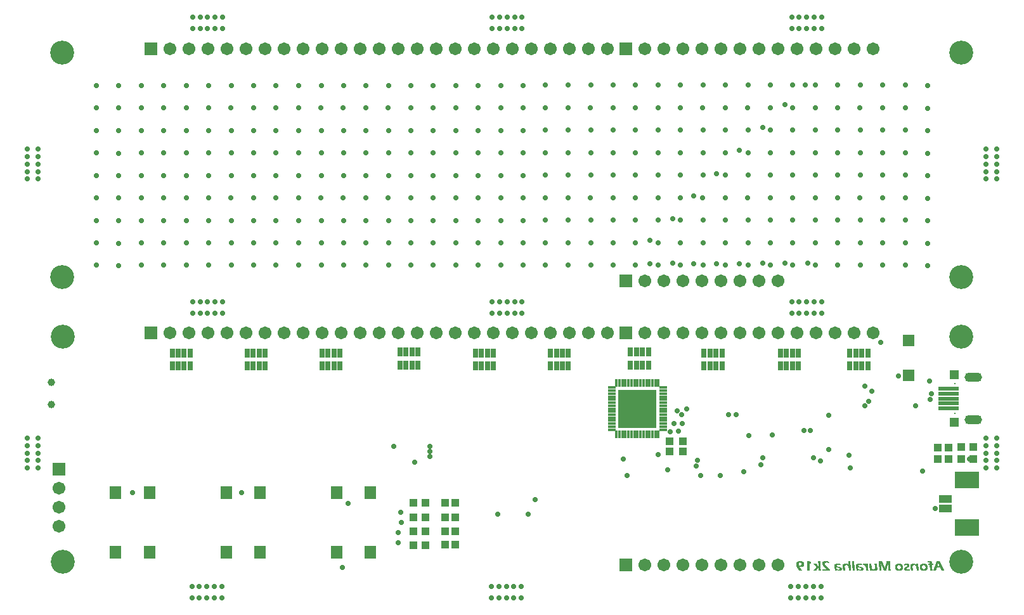
<source format=gbs>
G04*
G04 #@! TF.GenerationSoftware,Altium Limited,Altium Designer,19.0.14 (431)*
G04*
G04 Layer_Color=16711935*
%FSLAX44Y44*%
%MOMM*%
G71*
G01*
G75*
%ADD60C,0.0847*%
%ADD66R,1.0032X1.1032*%
%ADD67R,1.1032X1.0032*%
%ADD81C,0.7032*%
%ADD82R,1.7032X1.7032*%
%ADD83C,1.7032*%
%ADD84C,3.2032*%
G04:AMPARAMS|DCode=85|XSize=2.3532mm|YSize=1.2532mm|CornerRadius=0.6266mm|HoleSize=0mm|Usage=FLASHONLY|Rotation=180.000|XOffset=0mm|YOffset=0mm|HoleType=Round|Shape=RoundedRectangle|*
%AMROUNDEDRECTD85*
21,1,2.3532,0.0000,0,0,180.0*
21,1,1.1000,1.2532,0,0,180.0*
1,1,1.2532,-0.5500,0.0000*
1,1,1.2532,0.5500,0.0000*
1,1,1.2532,0.5500,0.0000*
1,1,1.2532,-0.5500,0.0000*
%
%ADD85ROUNDEDRECTD85*%
%ADD86C,0.2032*%
%ADD87C,1.2032*%
%ADD88R,1.7032X1.7032*%
%ADD89C,1.0033*%
%ADD90R,1.2032X1.2032*%
%ADD91R,2.7032X0.6032*%
%ADD92R,0.7332X1.1732*%
%ADD93R,5.1532X5.1532*%
%ADD94R,1.0432X0.4232*%
%ADD95R,0.4232X1.0432*%
%ADD96R,1.5532X1.5532*%
%ADD97R,1.8032X1.0032*%
%ADD98R,3.2032X2.3032*%
%ADD99R,1.0032X1.0032*%
%ADD100R,1.5032X1.7531*%
D60*
X2378926Y1219771D02*
X2384010D01*
X2340797D02*
X2345881D01*
X2259453D02*
X2261995D01*
X2442476Y1211298D02*
X2445018D01*
X2442476Y1212145D02*
X2445865D01*
X2443323Y1212993D02*
X2445865D01*
X2443323Y1213840D02*
X2445865D01*
X2443323Y1214687D02*
X2446713D01*
X2379774Y1220619D02*
X2384010D01*
X2379774Y1221466D02*
X2384010D01*
X2379774Y1222313D02*
X2384010D01*
X2379774Y1223161D02*
X2384010D01*
X2360285Y1211298D02*
X2366216D01*
X2382316D02*
X2384858D01*
X2357743Y1212145D02*
X2367064D01*
X2382316D02*
X2384858D01*
X2382316Y1212993D02*
X2384010D01*
X2382316Y1213840D02*
X2384010D01*
X2382316Y1214687D02*
X2384010D01*
X2382316Y1215535D02*
X2384010D01*
X2382316Y1216382D02*
X2384010D01*
X2382316Y1217229D02*
X2384010D01*
X2382316Y1218077D02*
X2384010D01*
X2381468Y1218924D02*
X2384010D01*
X2300972Y1221466D02*
X2302667D01*
X2294194Y1222313D02*
X2301820D01*
X2295888Y1223161D02*
X2300972D01*
X2294194Y1211298D02*
X2303514D01*
X2294194Y1212145D02*
X2303514D01*
X2299278Y1212993D02*
X2302667D01*
X2298430Y1213840D02*
X2301820D01*
X2297583Y1214687D02*
X2300972D01*
X2339949Y1211298D02*
X2341644D01*
X2339949Y1212145D02*
X2341644D01*
X2321308Y1212993D02*
X2323850D01*
X2339949D02*
X2341644D01*
X2321308Y1213840D02*
X2323850D01*
X2321308Y1214687D02*
X2323850D01*
X2321308Y1215535D02*
X2323003D01*
X2339102D02*
X2345881D01*
X2321308Y1216382D02*
X2323003D01*
X2339102D02*
X2342491D01*
X2321308Y1217229D02*
X2323850D01*
X2339102D02*
X2341644D01*
X2321308Y1218077D02*
X2324698D01*
X2339102D02*
X2341644D01*
X2321308Y1218924D02*
X2328087D01*
X2339102D02*
X2346728D01*
X2259453Y1220619D02*
X2261995D01*
X2259453Y1221466D02*
X2262843D01*
X2260301Y1222313D02*
X2267927D01*
X2260301Y1214687D02*
X2263690D01*
X2260301Y1215535D02*
X2262843D01*
X2259453Y1216382D02*
X2262843D01*
X2259453Y1217229D02*
X2261995D01*
X2259453Y1218077D02*
X2261995D01*
X2259453Y1218924D02*
X2261995D01*
X2445865Y1219771D02*
X2447560D01*
X2449254D02*
X2451797D01*
X2427224D02*
X2431461D01*
X2435697D02*
X2441629D01*
X2404346D02*
X2408583D01*
X2413667D02*
X2417056D01*
X2419598D02*
X2421293D01*
X2394178D02*
X2398415D01*
X2363674D02*
X2366216D01*
X2369606D02*
X2371301D01*
X2372148D02*
X2374690D01*
X2348423D02*
X2350965D01*
X2351812D02*
X2354354D01*
X2356896D02*
X2358591D01*
X2323003D02*
X2327240D01*
X2328934D02*
X2330629D01*
X2334018D02*
X2335713D01*
X2311988D02*
X2317072D01*
X2282331D02*
X2285720D01*
X2289110D02*
X2290804D01*
X2294194D02*
X2296736D01*
X2266232D02*
X2268774D01*
X2273858D02*
X2276400D01*
X2445865Y1220619D02*
X2448407D01*
X2449254D02*
X2451797D01*
X2445865Y1221466D02*
X2450949D01*
X2446713Y1222313D02*
X2450949D01*
X2446713Y1223161D02*
X2450102D01*
X2444171Y1216382D02*
X2453491D01*
X2445018Y1217229D02*
X2447560D01*
X2450102D02*
X2453491D01*
X2445018Y1218077D02*
X2447560D01*
X2450102D02*
X2452644D01*
X2445018Y1218924D02*
X2447560D01*
X2450102D02*
X2452644D01*
X2453491Y1211298D02*
X2456033D01*
X2452644Y1212145D02*
X2456033D01*
X2452644Y1212993D02*
X2455186D01*
X2451797Y1213840D02*
X2455186D01*
X2451797Y1214687D02*
X2454339D01*
X2444171Y1215535D02*
X2454339D01*
X2437392Y1220619D02*
X2439934D01*
X2437392Y1221466D02*
X2439934D01*
X2434850Y1222313D02*
X2435697D01*
X2436545D02*
X2439934D01*
X2434850Y1223161D02*
X2439087D01*
X2426377Y1211298D02*
X2432308D01*
X2438239D02*
X2440781D01*
X2425529Y1212145D02*
X2433155D01*
X2438239D02*
X2440781D01*
X2424682Y1212993D02*
X2428071D01*
X2430613D02*
X2434003D01*
X2438239D02*
X2439934D01*
X2424682Y1213840D02*
X2427224D01*
X2431461D02*
X2434003D01*
X2438239D02*
X2439934D01*
X2424682Y1214687D02*
X2426377D01*
X2432308D02*
X2434003D01*
X2438239D02*
X2439934D01*
X2424682Y1215535D02*
X2426377D01*
X2432308D02*
X2434003D01*
X2437392D02*
X2439934D01*
X2424682Y1216382D02*
X2426377D01*
X2431461D02*
X2434003D01*
X2437392D02*
X2439934D01*
X2424682Y1217229D02*
X2427224D01*
X2431461D02*
X2434003D01*
X2437392D02*
X2439934D01*
X2424682Y1218077D02*
X2428071D01*
X2429766D02*
X2433155D01*
X2437392D02*
X2439934D01*
X2425529Y1218924D02*
X2433155D01*
X2435697D02*
X2441629D01*
X2404346Y1211298D02*
X2410278D01*
X2412820D02*
X2414514D01*
X2420445D02*
X2422140D01*
X2403499Y1212145D02*
X2410278D01*
X2412820D02*
X2414514D01*
X2420445D02*
X2422140D01*
X2403499Y1212993D02*
X2406041D01*
X2411972D02*
X2414514D01*
X2420445D02*
X2422140D01*
X2403499Y1213840D02*
X2406041D01*
X2411972D02*
X2414514D01*
X2419598D02*
X2422140D01*
X2404346Y1214687D02*
X2406888D01*
X2411972D02*
X2413667D01*
X2419598D02*
X2422140D01*
X2405193Y1215535D02*
X2408583D01*
X2411972D02*
X2413667D01*
X2419598D02*
X2422140D01*
X2406888Y1216382D02*
X2409430D01*
X2411972D02*
X2413667D01*
X2419598D02*
X2421293D01*
X2407735Y1217229D02*
X2409430D01*
X2411972D02*
X2414514D01*
X2418751D02*
X2421293D01*
X2403499Y1218077D02*
X2404346D01*
X2406888D02*
X2409430D01*
X2411972D02*
X2415361D01*
X2417903D02*
X2421293D01*
X2403499Y1218924D02*
X2409430D01*
X2411972D02*
X2421293D01*
X2393331Y1211298D02*
X2399262D01*
X2392484Y1212145D02*
X2400110D01*
X2391636Y1212993D02*
X2395026D01*
X2397568D02*
X2400957D01*
X2391636Y1213840D02*
X2394178D01*
X2398415D02*
X2400957D01*
X2391636Y1214687D02*
X2393331D01*
X2399262D02*
X2400957D01*
X2391636Y1215535D02*
X2393331D01*
X2399262D02*
X2400957D01*
X2391636Y1216382D02*
X2393331D01*
X2398415D02*
X2400957D01*
X2391636Y1217229D02*
X2394178D01*
X2398415D02*
X2400957D01*
X2391636Y1218077D02*
X2395026D01*
X2396720D02*
X2400110D01*
X2392484Y1218924D02*
X2400110D01*
X2369606Y1220619D02*
X2371301D01*
X2372148D02*
X2374690D01*
X2369606Y1221466D02*
X2373842D01*
X2369606Y1222313D02*
X2373842D01*
X2369606Y1223161D02*
X2372995D01*
X2370453Y1211298D02*
X2372148D01*
X2376384D02*
X2378926D01*
X2370453Y1212145D02*
X2372148D01*
X2375537D02*
X2378926D01*
X2363674Y1212993D02*
X2367064D01*
X2370453D02*
X2372148D01*
X2375537D02*
X2378926D01*
X2364522Y1213840D02*
X2367064D01*
X2370453D02*
X2372148D01*
X2375537D02*
X2379774D01*
X2364522Y1214687D02*
X2367064D01*
X2370453D02*
X2372148D01*
X2374690D02*
X2377232D01*
X2378079D02*
X2379774D01*
X2364522Y1215535D02*
X2366216D01*
X2370453D02*
X2372148D01*
X2374690D02*
X2376384D01*
X2378079D02*
X2379774D01*
X2364522Y1216382D02*
X2366216D01*
X2369606D02*
X2372148D01*
X2373842D02*
X2376384D01*
X2378079D02*
X2379774D01*
X2364522Y1217229D02*
X2366216D01*
X2369606D02*
X2372148D01*
X2373842D02*
X2375537D01*
X2378079D02*
X2380621D01*
X2364522Y1218077D02*
X2366216D01*
X2369606D02*
X2372148D01*
X2372995D02*
X2375537D01*
X2378926D02*
X2380621D01*
X2363674Y1218924D02*
X2366216D01*
X2369606D02*
X2371301D01*
X2372995D02*
X2374690D01*
X2378926D02*
X2380621D01*
X2343339Y1211298D02*
X2347575D01*
X2352659D02*
X2355201D01*
X2357743D02*
X2359438D01*
X2342491Y1212145D02*
X2343339D01*
X2345033D02*
X2348423D01*
X2352659D02*
X2354354D01*
X2345881Y1212993D02*
X2348423D01*
X2352659D02*
X2354354D01*
X2357743D02*
X2360285D01*
X2345881Y1213840D02*
X2348423D01*
X2352659D02*
X2354354D01*
X2357743D02*
X2359438D01*
X2344186Y1214687D02*
X2347575D01*
X2352659D02*
X2354354D01*
X2356896D02*
X2359438D01*
X2351812Y1215535D02*
X2354354D01*
X2356896D02*
X2359438D01*
X2351812Y1216382D02*
X2354354D01*
X2356896D02*
X2359438D01*
X2350965Y1217229D02*
X2354354D01*
X2356896D02*
X2359438D01*
X2350117Y1218077D02*
X2354354D01*
X2356896D02*
X2358591D01*
X2348423Y1218924D02*
X2354354D01*
X2356896D02*
X2358591D01*
X2328934Y1220619D02*
X2330629D01*
X2334018D02*
X2335713D01*
X2328934Y1221466D02*
X2330629D01*
X2334018D02*
X2335713D01*
X2328934Y1222313D02*
X2330629D01*
X2334018D02*
X2335713D01*
X2328934Y1223161D02*
X2330629D01*
X2334018D02*
X2335713D01*
X2322155Y1211298D02*
X2323850D01*
X2329781D02*
X2331476D01*
X2334865D02*
X2336560D01*
X2322155Y1212145D02*
X2323850D01*
X2329781D02*
X2331476D01*
X2334865D02*
X2336560D01*
X2329781Y1212993D02*
X2331476D01*
X2334865D02*
X2336560D01*
X2329781Y1213840D02*
X2331476D01*
X2334865D02*
X2336560D01*
X2339102D02*
X2340797D01*
X2328934Y1214687D02*
X2331476D01*
X2334018D02*
X2336560D01*
X2339102D02*
X2340797D01*
X2328934Y1215535D02*
X2331476D01*
X2334018D02*
X2336560D01*
X2328934Y1216382D02*
X2331476D01*
X2334018D02*
X2336560D01*
X2328087Y1217229D02*
X2331476D01*
X2334018D02*
X2336560D01*
X2327240Y1218077D02*
X2331476D01*
X2334018D02*
X2336560D01*
X2328934Y1218924D02*
X2330629D01*
X2334018D02*
X2335713D01*
X2311140Y1211298D02*
X2312835D01*
X2314530D02*
X2318766D01*
X2311140Y1212145D02*
X2312835D01*
X2313682D02*
X2314530D01*
X2316224D02*
X2319613D01*
X2311140Y1212993D02*
X2312835D01*
X2317072D02*
X2319613D01*
X2310293Y1213840D02*
X2311988D01*
X2317072D02*
X2319613D01*
X2310293Y1214687D02*
X2311988D01*
X2315377D02*
X2318766D01*
X2310293Y1215535D02*
X2317072D01*
X2310293Y1216382D02*
X2313682D01*
X2310293Y1217229D02*
X2312835D01*
X2310293Y1218077D02*
X2312835D01*
X2310293Y1218924D02*
X2317919D01*
X2289110Y1220619D02*
X2290804D01*
X2294194D02*
X2296736D01*
X2288262Y1221466D02*
X2290804D01*
X2294194D02*
X2298430D01*
X2288262Y1222313D02*
X2290804D01*
X2288262Y1223161D02*
X2290804D01*
X2282331Y1211298D02*
X2285720D01*
X2289110D02*
X2291652D01*
X2283179Y1212145D02*
X2285720D01*
X2289110D02*
X2291652D01*
X2284026Y1212993D02*
X2286568D01*
X2289110D02*
X2290804D01*
X2284873Y1213840D02*
X2287415D01*
X2289110D02*
X2290804D01*
X2285720Y1214687D02*
X2288262D01*
X2289110D02*
X2290804D01*
X2285720Y1215535D02*
X2288262D01*
X2289110D02*
X2290804D01*
X2296736D02*
X2300125D01*
X2285720Y1216382D02*
X2288262D01*
X2289110D02*
X2290804D01*
X2295888D02*
X2299278D01*
X2284873Y1217229D02*
X2287415D01*
X2289110D02*
X2290804D01*
X2295041D02*
X2298430D01*
X2284026Y1218077D02*
X2286568D01*
X2289110D02*
X2290804D01*
X2295041D02*
X2297583D01*
X2283179Y1218924D02*
X2286568D01*
X2289110D02*
X2290804D01*
X2294194D02*
X2296736D01*
X2266232Y1220619D02*
X2268774D01*
X2273858D02*
X2276400D01*
X2277247D02*
X2278094D01*
X2264537Y1221466D02*
X2268774D01*
X2273858D02*
X2278094D01*
X2273858Y1222313D02*
X2278094D01*
X2261995Y1223161D02*
X2266232D01*
X2273858D02*
X2276400D01*
X2262843Y1211298D02*
X2266232D01*
X2273858D02*
X2276400D01*
X2261995Y1212145D02*
X2265385D01*
X2273858D02*
X2276400D01*
X2261995Y1212993D02*
X2264537D01*
X2273858D02*
X2276400D01*
X2261148Y1213840D02*
X2264537D01*
X2273858D02*
X2276400D01*
X2273858Y1214687D02*
X2276400D01*
X2273858Y1215535D02*
X2276400D01*
X2263690Y1216382D02*
X2267927D01*
X2273858D02*
X2276400D01*
X2262843Y1217229D02*
X2268774D01*
X2273858D02*
X2276400D01*
X2265385Y1218077D02*
X2268774D01*
X2273858D02*
X2276400D01*
X2266232Y1218924D02*
X2268774D01*
X2273858D02*
X2276400D01*
D66*
X2448024Y1374554D02*
D03*
X2462024D02*
D03*
X2462024Y1359054D02*
D03*
X2448024D02*
D03*
X1804024Y1301054D02*
D03*
X1790024D02*
D03*
X1804024Y1281554D02*
D03*
X1790024D02*
D03*
X1804024Y1262804D02*
D03*
X1790024D02*
D03*
X1804024Y1244554D02*
D03*
X1790024D02*
D03*
D67*
X2090274Y1382804D02*
D03*
Y1368804D02*
D03*
X2108024Y1383054D02*
D03*
Y1369054D02*
D03*
D81*
X1247000Y1387000D02*
D03*
Y1377000D02*
D03*
Y1367000D02*
D03*
Y1357000D02*
D03*
Y1347000D02*
D03*
X1232000D02*
D03*
Y1357000D02*
D03*
Y1367000D02*
D03*
Y1377000D02*
D03*
Y1387000D02*
D03*
X2512150D02*
D03*
Y1377000D02*
D03*
Y1367000D02*
D03*
Y1357000D02*
D03*
Y1347000D02*
D03*
X2527150D02*
D03*
Y1357000D02*
D03*
Y1367000D02*
D03*
Y1377000D02*
D03*
Y1387000D02*
D03*
X2512000Y1773000D02*
D03*
Y1763000D02*
D03*
Y1753000D02*
D03*
Y1743000D02*
D03*
Y1733000D02*
D03*
X2527000D02*
D03*
Y1743000D02*
D03*
Y1753000D02*
D03*
Y1763000D02*
D03*
Y1773000D02*
D03*
X1246900D02*
D03*
Y1763000D02*
D03*
Y1753000D02*
D03*
Y1743000D02*
D03*
Y1733000D02*
D03*
X1231900D02*
D03*
Y1743000D02*
D03*
Y1753000D02*
D03*
Y1763000D02*
D03*
Y1773000D02*
D03*
X1492000Y1188950D02*
D03*
X1482000D02*
D03*
X1472000D02*
D03*
X1462000D02*
D03*
X1452000D02*
D03*
Y1173950D02*
D03*
X1462000D02*
D03*
X1472000D02*
D03*
X1482000D02*
D03*
X1492000D02*
D03*
X1892000Y1173850D02*
D03*
X1882000D02*
D03*
X1872000D02*
D03*
X1862000D02*
D03*
X1852000D02*
D03*
Y1188850D02*
D03*
X1862000D02*
D03*
X1872000D02*
D03*
X1882000D02*
D03*
X1892000D02*
D03*
X2292000Y1173850D02*
D03*
X2282000D02*
D03*
X2272000D02*
D03*
X2262000D02*
D03*
X2252000D02*
D03*
Y1188850D02*
D03*
X2262000D02*
D03*
X2272000D02*
D03*
X2282000D02*
D03*
X2292000D02*
D03*
X2293000Y1948850D02*
D03*
X2283000D02*
D03*
X2273000D02*
D03*
X2263000D02*
D03*
X2253000D02*
D03*
Y1933850D02*
D03*
X2263000D02*
D03*
X2273000D02*
D03*
X2283000D02*
D03*
X2293000D02*
D03*
X1893000Y1948850D02*
D03*
X1883000D02*
D03*
X1873000D02*
D03*
X1863000D02*
D03*
X1853000D02*
D03*
Y1933850D02*
D03*
X1863000D02*
D03*
X1873000D02*
D03*
X1883000D02*
D03*
X1893000D02*
D03*
X1493000Y1933950D02*
D03*
X1483000D02*
D03*
X1473000D02*
D03*
X1463000D02*
D03*
X1453000D02*
D03*
Y1948950D02*
D03*
X1463000D02*
D03*
X1473000D02*
D03*
X1483000D02*
D03*
X1493000D02*
D03*
X2293000Y1568850D02*
D03*
X2283000D02*
D03*
X2273000D02*
D03*
X2263000D02*
D03*
X2253000D02*
D03*
Y1553850D02*
D03*
X2263000D02*
D03*
X2273000D02*
D03*
X2283000D02*
D03*
X2293000D02*
D03*
X1893000Y1568850D02*
D03*
X1883000D02*
D03*
X1873000D02*
D03*
X1863000D02*
D03*
X1853000D02*
D03*
Y1553850D02*
D03*
X1863000D02*
D03*
X1873000D02*
D03*
X1883000D02*
D03*
X1893000D02*
D03*
X1493000Y1553950D02*
D03*
X1483000D02*
D03*
X1473000D02*
D03*
X1463000D02*
D03*
X1453000D02*
D03*
Y1568950D02*
D03*
X1463000D02*
D03*
X1473000D02*
D03*
X1483000D02*
D03*
X1493000D02*
D03*
X2271250Y1858250D02*
D03*
X2274250Y1620500D02*
D03*
X2243750Y1832000D02*
D03*
Y1620388D02*
D03*
X2214500Y1802138D02*
D03*
Y1620388D02*
D03*
X2182750Y1771000D02*
D03*
Y1620000D02*
D03*
X2152750Y1740000D02*
D03*
Y1620000D02*
D03*
X2121750Y1710000D02*
D03*
Y1620000D02*
D03*
X2094000Y1680250D02*
D03*
Y1620388D02*
D03*
X2063750Y1651000D02*
D03*
X2063250Y1620000D02*
D03*
X1384500Y1858000D02*
D03*
X1504500D02*
D03*
X1324750Y1677750D02*
D03*
Y1647500D02*
D03*
Y1617750D02*
D03*
X1324500Y1707750D02*
D03*
X1324750Y1737750D02*
D03*
Y1767750D02*
D03*
Y1797750D02*
D03*
X1324500Y1828000D02*
D03*
X1324750Y1858000D02*
D03*
X2404750Y1858500D02*
D03*
X2404500Y1828500D02*
D03*
X2404750Y1798250D02*
D03*
Y1768250D02*
D03*
Y1738250D02*
D03*
X2404500Y1708250D02*
D03*
X2404750Y1678250D02*
D03*
Y1648000D02*
D03*
Y1618250D02*
D03*
X2374500Y1858500D02*
D03*
X2374250Y1828500D02*
D03*
X2374500Y1798250D02*
D03*
Y1768250D02*
D03*
Y1738250D02*
D03*
X2374250Y1708250D02*
D03*
X2374500Y1678250D02*
D03*
Y1648000D02*
D03*
Y1618250D02*
D03*
X2344500Y1858500D02*
D03*
X2344250Y1828500D02*
D03*
X2344500Y1798250D02*
D03*
Y1768250D02*
D03*
Y1738250D02*
D03*
X2344250Y1708250D02*
D03*
X2344500Y1678250D02*
D03*
Y1648000D02*
D03*
Y1618250D02*
D03*
X2314500Y1858500D02*
D03*
X2314250Y1828500D02*
D03*
X2314500Y1798250D02*
D03*
Y1768250D02*
D03*
Y1738250D02*
D03*
X2314250Y1708250D02*
D03*
X2314500Y1678250D02*
D03*
Y1648000D02*
D03*
Y1618250D02*
D03*
X2284750Y1858500D02*
D03*
X2284500Y1828500D02*
D03*
X2284750Y1798250D02*
D03*
Y1768250D02*
D03*
Y1738250D02*
D03*
X2284500Y1708250D02*
D03*
X2284750Y1678250D02*
D03*
Y1648000D02*
D03*
Y1618250D02*
D03*
X2254500Y1858500D02*
D03*
X2254250Y1828500D02*
D03*
X2254500Y1798250D02*
D03*
Y1768250D02*
D03*
Y1738250D02*
D03*
X2254250Y1708250D02*
D03*
X2254500Y1678250D02*
D03*
Y1648000D02*
D03*
Y1618250D02*
D03*
X2224750Y1858500D02*
D03*
X2224500Y1828500D02*
D03*
X2224750Y1798250D02*
D03*
Y1768250D02*
D03*
Y1738250D02*
D03*
X2224500Y1708250D02*
D03*
X2224750Y1678250D02*
D03*
Y1648000D02*
D03*
Y1618250D02*
D03*
X2194500Y1858500D02*
D03*
X2194250Y1828500D02*
D03*
X2194500Y1798250D02*
D03*
Y1768250D02*
D03*
Y1738250D02*
D03*
X2194250Y1708250D02*
D03*
X2194500Y1678250D02*
D03*
Y1648000D02*
D03*
Y1618250D02*
D03*
X2164500Y1858500D02*
D03*
X2164250Y1828500D02*
D03*
X2164500Y1798250D02*
D03*
Y1768250D02*
D03*
Y1738250D02*
D03*
X2164250Y1708250D02*
D03*
X2164500Y1678250D02*
D03*
Y1648000D02*
D03*
Y1618250D02*
D03*
X2134500Y1858500D02*
D03*
X2134250Y1828500D02*
D03*
X2134500Y1798250D02*
D03*
Y1768250D02*
D03*
Y1738250D02*
D03*
X2134250Y1708250D02*
D03*
X2134500Y1678250D02*
D03*
Y1648000D02*
D03*
Y1618250D02*
D03*
X2104500Y1858500D02*
D03*
X2104250Y1828500D02*
D03*
X2104500Y1798250D02*
D03*
Y1768250D02*
D03*
Y1738250D02*
D03*
X2104250Y1708250D02*
D03*
X2104500Y1678250D02*
D03*
Y1648000D02*
D03*
Y1618250D02*
D03*
X2074500Y1858500D02*
D03*
X2074250Y1828500D02*
D03*
X2074500Y1798250D02*
D03*
Y1768250D02*
D03*
Y1738250D02*
D03*
X2074250Y1708250D02*
D03*
X2074500Y1678250D02*
D03*
Y1648000D02*
D03*
Y1618250D02*
D03*
X2044500Y1858500D02*
D03*
X2044250Y1828500D02*
D03*
X2044500Y1798250D02*
D03*
Y1768250D02*
D03*
Y1738250D02*
D03*
X2044250Y1708250D02*
D03*
X2044500Y1678250D02*
D03*
Y1648000D02*
D03*
Y1618250D02*
D03*
X2014750Y1858500D02*
D03*
X2014500Y1828500D02*
D03*
X2014750Y1798250D02*
D03*
Y1768250D02*
D03*
Y1738250D02*
D03*
X2014500Y1708250D02*
D03*
X2014750Y1678250D02*
D03*
Y1648000D02*
D03*
Y1618250D02*
D03*
X1984500Y1858500D02*
D03*
X1984250Y1828500D02*
D03*
X1984500Y1798250D02*
D03*
Y1768250D02*
D03*
Y1738250D02*
D03*
X1984250Y1708250D02*
D03*
X1984500Y1678250D02*
D03*
Y1648000D02*
D03*
Y1618250D02*
D03*
X1954500Y1858500D02*
D03*
X1954250Y1828500D02*
D03*
X1954500Y1798250D02*
D03*
Y1768250D02*
D03*
Y1738250D02*
D03*
X1954250Y1708250D02*
D03*
X1954500Y1678250D02*
D03*
Y1648000D02*
D03*
Y1618250D02*
D03*
X1924250Y1858500D02*
D03*
X1924000Y1828500D02*
D03*
X1924250Y1798250D02*
D03*
Y1768250D02*
D03*
Y1738250D02*
D03*
X1924000Y1708250D02*
D03*
X1924250Y1678250D02*
D03*
Y1648000D02*
D03*
Y1618250D02*
D03*
X1894500Y1858000D02*
D03*
X1894250Y1828000D02*
D03*
X1894500Y1797750D02*
D03*
Y1767750D02*
D03*
Y1737750D02*
D03*
X1894250Y1707750D02*
D03*
X1894500Y1677750D02*
D03*
Y1647500D02*
D03*
Y1617750D02*
D03*
X2434750Y1857500D02*
D03*
X2434500Y1827500D02*
D03*
X2434750Y1797250D02*
D03*
Y1767250D02*
D03*
Y1737250D02*
D03*
X2434500Y1707250D02*
D03*
X2434750Y1677250D02*
D03*
Y1647000D02*
D03*
Y1617250D02*
D03*
X1864750Y1858000D02*
D03*
X1864500Y1828000D02*
D03*
X1864750Y1797750D02*
D03*
Y1767750D02*
D03*
Y1737750D02*
D03*
X1864500Y1707750D02*
D03*
X1864750Y1677750D02*
D03*
Y1647500D02*
D03*
Y1617750D02*
D03*
X1834500Y1858000D02*
D03*
X1834250Y1828000D02*
D03*
X1834500Y1797750D02*
D03*
Y1767750D02*
D03*
Y1737750D02*
D03*
X1834250Y1707750D02*
D03*
X1834500Y1677750D02*
D03*
Y1647500D02*
D03*
Y1617750D02*
D03*
X1804500Y1858000D02*
D03*
X1804250Y1828000D02*
D03*
X1804500Y1797750D02*
D03*
Y1767750D02*
D03*
Y1737750D02*
D03*
X1804250Y1707750D02*
D03*
X1804500Y1677750D02*
D03*
Y1647500D02*
D03*
Y1617750D02*
D03*
X1774500Y1858000D02*
D03*
X1774250Y1828000D02*
D03*
X1774500Y1797750D02*
D03*
Y1767750D02*
D03*
Y1737750D02*
D03*
X1774250Y1707750D02*
D03*
X1774500Y1677750D02*
D03*
Y1647500D02*
D03*
Y1617750D02*
D03*
X1744750Y1858000D02*
D03*
X1744500Y1828000D02*
D03*
X1744750Y1797750D02*
D03*
Y1767750D02*
D03*
Y1737750D02*
D03*
X1744500Y1707750D02*
D03*
X1744750Y1677750D02*
D03*
Y1647500D02*
D03*
Y1617750D02*
D03*
X1714500Y1858000D02*
D03*
X1714250Y1828000D02*
D03*
X1714500Y1797750D02*
D03*
Y1767750D02*
D03*
Y1737750D02*
D03*
X1714250Y1707750D02*
D03*
X1714500Y1677750D02*
D03*
Y1647500D02*
D03*
Y1617750D02*
D03*
X1684500Y1858000D02*
D03*
X1684250Y1828000D02*
D03*
X1684500Y1797750D02*
D03*
Y1767750D02*
D03*
Y1737750D02*
D03*
X1684250Y1707750D02*
D03*
X1684500Y1677750D02*
D03*
Y1647500D02*
D03*
Y1617750D02*
D03*
X1654500Y1858000D02*
D03*
X1654250Y1828000D02*
D03*
X1654500Y1797750D02*
D03*
Y1767750D02*
D03*
Y1737750D02*
D03*
X1654250Y1707750D02*
D03*
X1654500Y1677750D02*
D03*
Y1647500D02*
D03*
Y1617750D02*
D03*
X1624750Y1858000D02*
D03*
X1624500Y1828000D02*
D03*
X1624750Y1797750D02*
D03*
Y1767750D02*
D03*
Y1737750D02*
D03*
X1624500Y1707750D02*
D03*
X1624750Y1677750D02*
D03*
Y1647500D02*
D03*
Y1617750D02*
D03*
X1594750Y1858000D02*
D03*
X1594500Y1828000D02*
D03*
X1594750Y1797750D02*
D03*
Y1767750D02*
D03*
Y1737750D02*
D03*
X1594500Y1707750D02*
D03*
X1594750Y1677750D02*
D03*
Y1647500D02*
D03*
Y1617750D02*
D03*
X1564500Y1858000D02*
D03*
X1564250Y1828000D02*
D03*
X1564500Y1797750D02*
D03*
Y1767750D02*
D03*
Y1737750D02*
D03*
X1564250Y1707750D02*
D03*
X1564500Y1677750D02*
D03*
Y1647500D02*
D03*
Y1617750D02*
D03*
X1534500Y1858000D02*
D03*
X1534250Y1828000D02*
D03*
X1534500Y1797750D02*
D03*
Y1767750D02*
D03*
Y1737750D02*
D03*
X1534250Y1707750D02*
D03*
X1534500Y1677750D02*
D03*
Y1647500D02*
D03*
Y1617750D02*
D03*
X1504250Y1828000D02*
D03*
X1504500Y1797750D02*
D03*
Y1767750D02*
D03*
Y1737750D02*
D03*
X1504250Y1707750D02*
D03*
X1504500Y1677750D02*
D03*
Y1647500D02*
D03*
Y1617750D02*
D03*
X1474750Y1858000D02*
D03*
X1474500Y1828000D02*
D03*
X1474750Y1797750D02*
D03*
Y1767750D02*
D03*
Y1737750D02*
D03*
X1474500Y1707750D02*
D03*
X1474750Y1677750D02*
D03*
Y1647500D02*
D03*
Y1617750D02*
D03*
X1444750Y1858000D02*
D03*
X1444500Y1828000D02*
D03*
X1444750Y1797750D02*
D03*
Y1767750D02*
D03*
Y1737750D02*
D03*
X1444500Y1707750D02*
D03*
X1444750Y1677750D02*
D03*
Y1647500D02*
D03*
Y1617750D02*
D03*
X1414500Y1858000D02*
D03*
X1414250Y1828000D02*
D03*
X1414500Y1797750D02*
D03*
Y1767750D02*
D03*
Y1737750D02*
D03*
X1414250Y1707750D02*
D03*
X1414500Y1677750D02*
D03*
Y1647500D02*
D03*
Y1617750D02*
D03*
X1384250Y1828000D02*
D03*
X1384500Y1797750D02*
D03*
Y1767750D02*
D03*
Y1737750D02*
D03*
X1384250Y1707750D02*
D03*
X1384500Y1677750D02*
D03*
Y1647500D02*
D03*
Y1617750D02*
D03*
X1354500Y1857750D02*
D03*
X1354250Y1827750D02*
D03*
X1354500Y1797500D02*
D03*
Y1767500D02*
D03*
Y1737500D02*
D03*
X1354250Y1707500D02*
D03*
X1354500Y1677500D02*
D03*
Y1647250D02*
D03*
Y1617500D02*
D03*
X2101774Y1396054D02*
D03*
X2090774Y1395054D02*
D03*
X2075024Y1365054D02*
D03*
X2087774Y1344804D02*
D03*
X2157774Y1337054D02*
D03*
X2131374Y1336954D02*
D03*
X1652774Y1214054D02*
D03*
X2027774Y1359054D02*
D03*
X2302774Y1372054D02*
D03*
Y1417054D02*
D03*
X2329774Y1364054D02*
D03*
X2281774Y1361054D02*
D03*
X2214774D02*
D03*
X2211774Y1351054D02*
D03*
X2188774Y1341804D02*
D03*
X2178774Y1418553D02*
D03*
X2331384Y1347054D02*
D03*
X2291774Y1356554D02*
D03*
X2168774Y1418553D02*
D03*
X1721774Y1376054D02*
D03*
X1769772Y1376052D02*
D03*
Y1362052D02*
D03*
X1769774Y1369054D02*
D03*
X1749774Y1355054D02*
D03*
X1910774Y1305054D02*
D03*
X2277774Y1396804D02*
D03*
X2125771Y1350052D02*
D03*
X2269774Y1397054D02*
D03*
X2126774Y1357304D02*
D03*
X2355774Y1436054D02*
D03*
X2350774Y1430054D02*
D03*
X2436774Y1463054D02*
D03*
X2371774Y1515054D02*
D03*
X2395274Y1470054D02*
D03*
X2359774Y1450054D02*
D03*
X2350774Y1456054D02*
D03*
X2490774Y1359054D02*
D03*
X2427774Y1343054D02*
D03*
X2444774Y1292679D02*
D03*
X2418774Y1430054D02*
D03*
X2437771Y1439052D02*
D03*
X2439774Y1446054D02*
D03*
X1900774Y1285054D02*
D03*
X1860174D02*
D03*
X1372774Y1314054D02*
D03*
X1518774D02*
D03*
X1660774Y1300054D02*
D03*
X1730524Y1288054D02*
D03*
X1731774Y1274054D02*
D03*
X1727474Y1261054D02*
D03*
X1727774Y1247054D02*
D03*
X2195774Y1390054D02*
D03*
X2226774Y1391054D02*
D03*
X2032774Y1337054D02*
D03*
X2112774Y1426054D02*
D03*
X2099772Y1423052D02*
D03*
X2105774Y1418304D02*
D03*
X2106774Y1406054D02*
D03*
X2095774Y1406054D02*
D03*
D82*
X2031500Y1597000D02*
D03*
X2031600Y1907250D02*
D03*
X1397000Y1907250D02*
D03*
X2031874Y1527524D02*
D03*
X2031774Y1217274D02*
D03*
X1397274Y1527524D02*
D03*
D83*
X2082300Y1597000D02*
D03*
X2107700D02*
D03*
X2133100D02*
D03*
X2158500D02*
D03*
X2183900D02*
D03*
X2209300D02*
D03*
X2234700D02*
D03*
X2056900D02*
D03*
X2361800Y1907250D02*
D03*
X2336400D02*
D03*
X2311000D02*
D03*
X2285600D02*
D03*
X2260200D02*
D03*
X2234800D02*
D03*
X2209400D02*
D03*
X2184000D02*
D03*
X2158600D02*
D03*
X2133200D02*
D03*
X2107800D02*
D03*
X2082400D02*
D03*
X2057000D02*
D03*
X1422400Y1907250D02*
D03*
X1447800D02*
D03*
X1473200D02*
D03*
X1498600D02*
D03*
X1524000D02*
D03*
X1549400D02*
D03*
X1574800D02*
D03*
X1600200D02*
D03*
X1625600D02*
D03*
X1651000D02*
D03*
X1676400D02*
D03*
X1701800D02*
D03*
X1727200D02*
D03*
X1752600D02*
D03*
X1778000D02*
D03*
X1803400D02*
D03*
X1828800D02*
D03*
X1854200D02*
D03*
X1879600D02*
D03*
X1905000D02*
D03*
X1930400D02*
D03*
X1955800D02*
D03*
X1981200D02*
D03*
X2006600D02*
D03*
X2362074Y1527524D02*
D03*
X2336674D02*
D03*
X2311274D02*
D03*
X2285874D02*
D03*
X2260474D02*
D03*
X2235074D02*
D03*
X2209674D02*
D03*
X2184274D02*
D03*
X2158874D02*
D03*
X2133474D02*
D03*
X2108074D02*
D03*
X2082674D02*
D03*
X2057274D02*
D03*
X2057174Y1217274D02*
D03*
X2234974D02*
D03*
X2209574D02*
D03*
X2184174D02*
D03*
X2158774D02*
D03*
X2133374D02*
D03*
X2107974D02*
D03*
X2082574D02*
D03*
X1274774Y1320454D02*
D03*
Y1295054D02*
D03*
Y1269654D02*
D03*
X1829074Y1527524D02*
D03*
X1803674D02*
D03*
X1778274D02*
D03*
X1676674D02*
D03*
X1702074D02*
D03*
X1727474D02*
D03*
X1752874D02*
D03*
X1854474D02*
D03*
X1422674D02*
D03*
X1448074D02*
D03*
X1473474D02*
D03*
X1498874D02*
D03*
X1524274D02*
D03*
X1549674D02*
D03*
X1575074D02*
D03*
X1600474D02*
D03*
X1625874D02*
D03*
X1651274D02*
D03*
X1879874D02*
D03*
X1905274D02*
D03*
X1930674D02*
D03*
X1956074D02*
D03*
X1981474D02*
D03*
X2006874D02*
D03*
D84*
X1279000Y1602000D02*
D03*
X2479000D02*
D03*
Y1902000D02*
D03*
X1279000D02*
D03*
X1279274Y1522274D02*
D03*
X2479274D02*
D03*
Y1222274D02*
D03*
X1279274D02*
D03*
D85*
X2495394Y1411554D02*
D03*
X2495294Y1468154D02*
D03*
D86*
X2471194Y1419854D02*
D03*
Y1459854D02*
D03*
D87*
X2032424Y1411554D02*
D03*
X2042424D02*
D03*
X2052424D02*
D03*
X2062424D02*
D03*
Y1421554D02*
D03*
X2052424D02*
D03*
X2042424D02*
D03*
X2032424D02*
D03*
Y1431554D02*
D03*
X2042424D02*
D03*
X2052424D02*
D03*
X2062424D02*
D03*
Y1441554D02*
D03*
X2052424D02*
D03*
X2042424D02*
D03*
X2032424D02*
D03*
D88*
X1274774Y1345854D02*
D03*
D89*
X1264274Y1431553D02*
D03*
Y1461555D02*
D03*
D90*
X2469794Y1407954D02*
D03*
Y1471754D02*
D03*
D91*
X2462794Y1452854D02*
D03*
Y1446354D02*
D03*
Y1439854D02*
D03*
Y1426854D02*
D03*
Y1433354D02*
D03*
D92*
X1649774Y1500804D02*
D03*
X1641774D02*
D03*
X1633774D02*
D03*
X1625774D02*
D03*
X1649774Y1483304D02*
D03*
X1641774D02*
D03*
X1633774D02*
D03*
X1625774D02*
D03*
X1753774Y1502054D02*
D03*
X1745774D02*
D03*
X1737774D02*
D03*
X1729774D02*
D03*
X1753774Y1484554D02*
D03*
X1745774D02*
D03*
X1737774D02*
D03*
X1729774D02*
D03*
X2061774Y1501804D02*
D03*
X2053774D02*
D03*
X2045774D02*
D03*
X2037774D02*
D03*
X2061774Y1484304D02*
D03*
X2053774D02*
D03*
X2045774D02*
D03*
X2037774D02*
D03*
X2159774Y1500804D02*
D03*
X2151774D02*
D03*
X2143774D02*
D03*
X2135774D02*
D03*
X2159774Y1483304D02*
D03*
X2151774D02*
D03*
X2143774D02*
D03*
X2135774D02*
D03*
X1449774Y1500804D02*
D03*
X1441774D02*
D03*
X1433774D02*
D03*
X1425774D02*
D03*
X1449774Y1483304D02*
D03*
X1441774D02*
D03*
X1433774D02*
D03*
X1425774D02*
D03*
X1549774Y1500804D02*
D03*
X1541774D02*
D03*
X1533774D02*
D03*
X1525774D02*
D03*
X1549774Y1483304D02*
D03*
X1541774D02*
D03*
X1533774D02*
D03*
X1525774D02*
D03*
X1854774Y1500804D02*
D03*
X1846774D02*
D03*
X1838774D02*
D03*
X1830774D02*
D03*
X1854774Y1483304D02*
D03*
X1846774D02*
D03*
X1838774D02*
D03*
X1830774D02*
D03*
X1954774Y1500804D02*
D03*
X1946774D02*
D03*
X1938774D02*
D03*
X1930774D02*
D03*
X1954774Y1483304D02*
D03*
X1946774D02*
D03*
X1938774D02*
D03*
X1930774D02*
D03*
X2261774Y1500804D02*
D03*
X2253774D02*
D03*
X2245774D02*
D03*
X2237774D02*
D03*
X2261774Y1483304D02*
D03*
X2253774D02*
D03*
X2245774D02*
D03*
X2237774D02*
D03*
X2354774Y1500804D02*
D03*
X2346774D02*
D03*
X2338774D02*
D03*
X2330774D02*
D03*
X2354774Y1483304D02*
D03*
X2346774D02*
D03*
X2338774D02*
D03*
X2330774D02*
D03*
D93*
X2047024Y1426354D02*
D03*
D94*
X2012574Y1454354D02*
D03*
Y1450354D02*
D03*
Y1446354D02*
D03*
Y1442354D02*
D03*
Y1438354D02*
D03*
Y1434354D02*
D03*
Y1430354D02*
D03*
Y1426354D02*
D03*
Y1422354D02*
D03*
Y1418354D02*
D03*
Y1414354D02*
D03*
Y1410354D02*
D03*
Y1406354D02*
D03*
Y1402354D02*
D03*
Y1398354D02*
D03*
X2081474D02*
D03*
Y1402354D02*
D03*
Y1406354D02*
D03*
Y1410354D02*
D03*
Y1414354D02*
D03*
Y1418354D02*
D03*
Y1422354D02*
D03*
Y1426354D02*
D03*
Y1430354D02*
D03*
Y1434354D02*
D03*
Y1438354D02*
D03*
Y1442354D02*
D03*
Y1446354D02*
D03*
Y1450354D02*
D03*
Y1454354D02*
D03*
D95*
X2075024Y1460804D02*
D03*
X2071024D02*
D03*
X2067024D02*
D03*
X2063024D02*
D03*
X2059024D02*
D03*
X2055024D02*
D03*
X2051024D02*
D03*
X2047024D02*
D03*
X2043024D02*
D03*
X2039024D02*
D03*
X2035024D02*
D03*
X2031024D02*
D03*
X2027024D02*
D03*
X2023024D02*
D03*
X2019024D02*
D03*
Y1391904D02*
D03*
X2023024D02*
D03*
X2027024D02*
D03*
X2031024D02*
D03*
X2035024D02*
D03*
X2039024D02*
D03*
X2043024D02*
D03*
X2047024D02*
D03*
X2051024D02*
D03*
X2055024D02*
D03*
X2059024D02*
D03*
X2063024D02*
D03*
X2067024D02*
D03*
X2071024D02*
D03*
X2075024D02*
D03*
D96*
X2409024Y1517554D02*
D03*
Y1470554D02*
D03*
D97*
X2458274Y1305304D02*
D03*
Y1292804D02*
D03*
D98*
X2487274Y1330804D02*
D03*
Y1267304D02*
D03*
D99*
X2495394Y1375054D02*
D03*
X2479394D02*
D03*
X2495394Y1359054D02*
D03*
X2479394D02*
D03*
X1748004Y1262554D02*
D03*
X1764004D02*
D03*
X1748004Y1281554D02*
D03*
X1764004D02*
D03*
X1748004Y1244304D02*
D03*
X1764004D02*
D03*
X1747904Y1301054D02*
D03*
X1763904D02*
D03*
D100*
X1395273Y1234853D02*
D03*
Y1314355D02*
D03*
X1350274Y1234853D02*
D03*
Y1314355D02*
D03*
X1690273Y1234853D02*
D03*
Y1314355D02*
D03*
X1645274Y1234853D02*
D03*
Y1314355D02*
D03*
X1542773Y1234853D02*
D03*
Y1314355D02*
D03*
X1497774Y1234853D02*
D03*
Y1314355D02*
D03*
M02*

</source>
